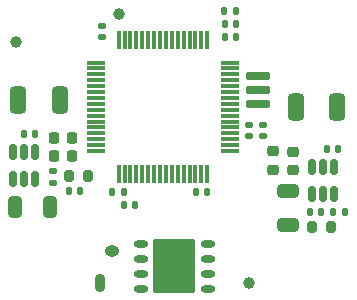
<source format=gbs>
%TF.GenerationSoftware,KiCad,Pcbnew,8.0.6*%
%TF.CreationDate,2025-01-28T20:51:37+01:00*%
%TF.ProjectId,Flight controller goated,466c6967-6874-4206-936f-6e74726f6c6c,rev?*%
%TF.SameCoordinates,Original*%
%TF.FileFunction,Soldermask,Bot*%
%TF.FilePolarity,Negative*%
%FSLAX46Y46*%
G04 Gerber Fmt 4.6, Leading zero omitted, Abs format (unit mm)*
G04 Created by KiCad (PCBNEW 8.0.6) date 2025-01-28 20:51:37*
%MOMM*%
%LPD*%
G01*
G04 APERTURE LIST*
G04 Aperture macros list*
%AMRoundRect*
0 Rectangle with rounded corners*
0 $1 Rounding radius*
0 $2 $3 $4 $5 $6 $7 $8 $9 X,Y pos of 4 corners*
0 Add a 4 corners polygon primitive as box body*
4,1,4,$2,$3,$4,$5,$6,$7,$8,$9,$2,$3,0*
0 Add four circle primitives for the rounded corners*
1,1,$1+$1,$2,$3*
1,1,$1+$1,$4,$5*
1,1,$1+$1,$6,$7*
1,1,$1+$1,$8,$9*
0 Add four rect primitives between the rounded corners*
20,1,$1+$1,$2,$3,$4,$5,0*
20,1,$1+$1,$4,$5,$6,$7,0*
20,1,$1+$1,$6,$7,$8,$9,0*
20,1,$1+$1,$8,$9,$2,$3,0*%
G04 Aperture macros list end*
%ADD10O,0.890000X1.550000*%
%ADD11O,1.250000X0.950000*%
%ADD12RoundRect,0.135000X-0.185000X0.135000X-0.185000X-0.135000X0.185000X-0.135000X0.185000X0.135000X0*%
%ADD13RoundRect,0.225000X0.225000X0.250000X-0.225000X0.250000X-0.225000X-0.250000X0.225000X-0.250000X0*%
%ADD14RoundRect,0.140000X-0.170000X0.140000X-0.170000X-0.140000X0.170000X-0.140000X0.170000X0.140000X0*%
%ADD15RoundRect,0.140000X-0.140000X-0.170000X0.140000X-0.170000X0.140000X0.170000X-0.140000X0.170000X0*%
%ADD16RoundRect,0.250000X-0.325000X-0.650000X0.325000X-0.650000X0.325000X0.650000X-0.325000X0.650000X0*%
%ADD17RoundRect,0.250000X0.650000X-0.325000X0.650000X0.325000X-0.650000X0.325000X-0.650000X-0.325000X0*%
%ADD18RoundRect,0.150000X0.150000X-0.512500X0.150000X0.512500X-0.150000X0.512500X-0.150000X-0.512500X0*%
%ADD19C,1.000000*%
%ADD20RoundRect,0.200000X0.200000X0.275000X-0.200000X0.275000X-0.200000X-0.275000X0.200000X-0.275000X0*%
%ADD21RoundRect,0.225000X-0.250000X0.225000X-0.250000X-0.225000X0.250000X-0.225000X0.250000X0.225000X0*%
%ADD22RoundRect,0.140000X0.140000X0.170000X-0.140000X0.170000X-0.140000X-0.170000X0.140000X-0.170000X0*%
%ADD23RoundRect,0.135000X-0.135000X-0.185000X0.135000X-0.185000X0.135000X0.185000X-0.135000X0.185000X0*%
%ADD24RoundRect,0.102000X0.950000X-0.200000X0.950000X0.200000X-0.950000X0.200000X-0.950000X-0.200000X0*%
%ADD25RoundRect,0.140000X0.170000X-0.140000X0.170000X0.140000X-0.170000X0.140000X-0.170000X-0.140000X0*%
%ADD26RoundRect,0.135000X0.135000X0.185000X-0.135000X0.185000X-0.135000X-0.185000X0.135000X-0.185000X0*%
%ADD27RoundRect,0.350000X-0.350000X-0.800000X0.350000X-0.800000X0.350000X0.800000X-0.350000X0.800000X0*%
%ADD28RoundRect,0.200000X-0.200000X-0.275000X0.200000X-0.275000X0.200000X0.275000X-0.200000X0.275000X0*%
%ADD29RoundRect,0.350000X0.350000X0.800000X-0.350000X0.800000X-0.350000X-0.800000X0.350000X-0.800000X0*%
%ADD30O,1.244200X0.648600*%
%ADD31RoundRect,0.102000X-1.700000X-2.150000X1.700000X-2.150000X1.700000X2.150000X-1.700000X2.150000X0*%
%ADD32RoundRect,0.075000X0.700000X0.075000X-0.700000X0.075000X-0.700000X-0.075000X0.700000X-0.075000X0*%
%ADD33RoundRect,0.075000X0.075000X0.700000X-0.075000X0.700000X-0.075000X-0.700000X0.075000X-0.700000X0*%
G04 APERTURE END LIST*
D10*
%TO.C,J1*%
X76450000Y-114500000D03*
D11*
X77450000Y-111800000D03*
X82450000Y-111800000D03*
D10*
X83450000Y-114500000D03*
%TD*%
D12*
%TO.C,R2*%
X72450000Y-104990000D03*
X72450000Y-106010000D03*
%TD*%
D13*
%TO.C,C5*%
X74075000Y-102200000D03*
X72525000Y-102200000D03*
%TD*%
%TO.C,C3*%
X74075000Y-103750000D03*
X72525000Y-103750000D03*
%TD*%
D14*
%TO.C,C24*%
X90200000Y-101070000D03*
X90200000Y-102030000D03*
%TD*%
D15*
%TO.C,C6*%
X73770000Y-106700000D03*
X74730000Y-106700000D03*
%TD*%
D16*
%TO.C,C1*%
X69250000Y-108050000D03*
X72200000Y-108050000D03*
%TD*%
D17*
%TO.C,C11*%
X92337500Y-109587500D03*
X92337500Y-106637500D03*
%TD*%
D18*
%TO.C,U6*%
X70925000Y-105687500D03*
X69975000Y-105687500D03*
X69025000Y-105687500D03*
X69025000Y-103412500D03*
X69975000Y-103412500D03*
X70925000Y-103412500D03*
%TD*%
D19*
%TO.C,TP3*%
X78000000Y-91650000D03*
%TD*%
D20*
%TO.C,R13*%
X96012500Y-109712500D03*
X94362500Y-109712500D03*
%TD*%
D15*
%TO.C,C19*%
X86970000Y-92550000D03*
X87930000Y-92550000D03*
%TD*%
D21*
%TO.C,C26*%
X92737500Y-103337500D03*
X92737500Y-104887500D03*
%TD*%
D22*
%TO.C,C16*%
X95167500Y-108462500D03*
X94207500Y-108462500D03*
%TD*%
D14*
%TO.C,C23*%
X89040000Y-101070000D03*
X89040000Y-102030000D03*
%TD*%
D23*
%TO.C,R14*%
X86940000Y-91450000D03*
X87960000Y-91450000D03*
%TD*%
D19*
%TO.C,TP2*%
X89050000Y-114450000D03*
%TD*%
D24*
%TO.C,Y1*%
X89800000Y-99350000D03*
X89800000Y-98150000D03*
X89800000Y-96950000D03*
%TD*%
D21*
%TO.C,C27*%
X91100000Y-103325000D03*
X91100000Y-104875000D03*
%TD*%
D25*
%TO.C,C21*%
X76600000Y-93630000D03*
X76600000Y-92670000D03*
%TD*%
D22*
%TO.C,C4*%
X79380000Y-107900000D03*
X78420000Y-107900000D03*
%TD*%
D26*
%TO.C,R7*%
X97197500Y-108462500D03*
X96177500Y-108462500D03*
%TD*%
D15*
%TO.C,C17*%
X86970000Y-93600000D03*
X87930000Y-93600000D03*
%TD*%
D19*
%TO.C,TP4*%
X69350000Y-94100000D03*
%TD*%
D18*
%TO.C,U7*%
X96250000Y-106950000D03*
X95300000Y-106950000D03*
X94350000Y-106950000D03*
X94350000Y-104675000D03*
X95300000Y-104675000D03*
X96250000Y-104675000D03*
%TD*%
D15*
%TO.C,C13*%
X95607500Y-103112500D03*
X96567500Y-103112500D03*
%TD*%
D27*
%TO.C,L1*%
X69475000Y-99000000D03*
X73025000Y-99000000D03*
%TD*%
D28*
%TO.C,R1*%
X73775000Y-105400000D03*
X75425000Y-105400000D03*
%TD*%
D29*
%TO.C,L2*%
X96525000Y-99550000D03*
X92975000Y-99550000D03*
%TD*%
D22*
%TO.C,C22*%
X85480000Y-106800000D03*
X84520000Y-106800000D03*
%TD*%
%TO.C,C20*%
X78430000Y-106750000D03*
X77470000Y-106750000D03*
%TD*%
D30*
%TO.C,U1*%
X79854300Y-114955000D03*
X79854300Y-113685000D03*
X79854300Y-112415000D03*
X79854300Y-111145000D03*
X85545700Y-111145000D03*
X85545700Y-112415000D03*
X85545700Y-113685000D03*
X85545700Y-114955000D03*
D31*
X82700000Y-113050000D03*
%TD*%
D32*
%TO.C,U2*%
X87425000Y-95800000D03*
X87425000Y-96300000D03*
X87425000Y-96800000D03*
X87425000Y-97300000D03*
X87425000Y-97800000D03*
X87425000Y-98300000D03*
X87425000Y-98800000D03*
X87425000Y-99300000D03*
X87425000Y-99800000D03*
X87425000Y-100300000D03*
X87425000Y-100800000D03*
X87425000Y-101300000D03*
X87425000Y-101800000D03*
X87425000Y-102300000D03*
X87425000Y-102800000D03*
X87425000Y-103300000D03*
D33*
X85500000Y-105225000D03*
X85000000Y-105225000D03*
X84500000Y-105225000D03*
X84000000Y-105225000D03*
X83500000Y-105225000D03*
X83000000Y-105225000D03*
X82500000Y-105225000D03*
X82000000Y-105225000D03*
X81500000Y-105225000D03*
X81000000Y-105225000D03*
X80500000Y-105225000D03*
X80000000Y-105225000D03*
X79500000Y-105225000D03*
X79000000Y-105225000D03*
X78500000Y-105225000D03*
X78000000Y-105225000D03*
D32*
X76075000Y-103300000D03*
X76075000Y-102800000D03*
X76075000Y-102300000D03*
X76075000Y-101800000D03*
X76075000Y-101300000D03*
X76075000Y-100800000D03*
X76075000Y-100300000D03*
X76075000Y-99800000D03*
X76075000Y-99300000D03*
X76075000Y-98800000D03*
X76075000Y-98300000D03*
X76075000Y-97800000D03*
X76075000Y-97300000D03*
X76075000Y-96800000D03*
X76075000Y-96300000D03*
X76075000Y-95800000D03*
D33*
X78000000Y-93875000D03*
X78500000Y-93875000D03*
X79000000Y-93875000D03*
X79500000Y-93875000D03*
X80000000Y-93875000D03*
X80500000Y-93875000D03*
X81000000Y-93875000D03*
X81500000Y-93875000D03*
X82000000Y-93875000D03*
X82500000Y-93875000D03*
X83000000Y-93875000D03*
X83500000Y-93875000D03*
X84000000Y-93875000D03*
X84500000Y-93875000D03*
X85000000Y-93875000D03*
X85500000Y-93875000D03*
%TD*%
D15*
%TO.C,C2*%
X70000000Y-101850000D03*
X70960000Y-101850000D03*
%TD*%
M02*

</source>
